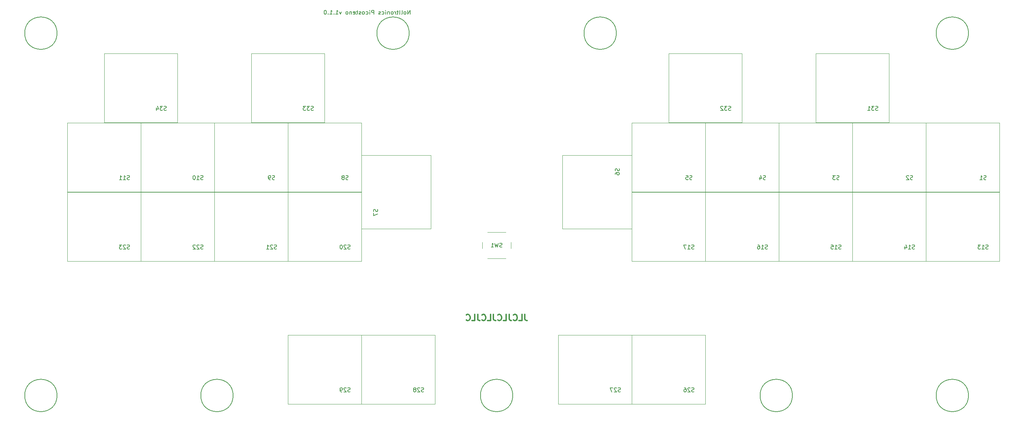
<source format=gbo>
G04 #@! TF.GenerationSoftware,KiCad,Pcbnew,(6.0.4)*
G04 #@! TF.CreationDate,2023-01-17T23:17:44-05:00*
G04 #@! TF.ProjectId,PicoSteno-v1.1.0,5069636f-5374-4656-9e6f-2d76312e312e,rev?*
G04 #@! TF.SameCoordinates,Original*
G04 #@! TF.FileFunction,Legend,Bot*
G04 #@! TF.FilePolarity,Positive*
%FSLAX46Y46*%
G04 Gerber Fmt 4.6, Leading zero omitted, Abs format (unit mm)*
G04 Created by KiCad (PCBNEW (6.0.4)) date 2023-01-17 23:17:44*
%MOMM*%
%LPD*%
G01*
G04 APERTURE LIST*
%ADD10C,0.150000*%
%ADD11C,0.300000*%
%ADD12C,0.120000*%
%ADD13C,2.000000*%
%ADD14O,1.500000X1.500000*%
%ADD15O,1.800000X1.800000*%
%ADD16O,1.700000X1.700000*%
%ADD17R,1.700000X1.700000*%
%ADD18C,6.350000*%
%ADD19C,3.200000*%
%ADD20C,1.900000*%
%ADD21C,2.100000*%
G04 APERTURE END LIST*
D10*
X44608750Y-57150000D02*
G75*
G03*
X44608750Y-57150000I-3968750J0D01*
G01*
X156368750Y-146050000D02*
G75*
G03*
X156368750Y-146050000I-3968750J0D01*
G01*
X224948750Y-146050000D02*
G75*
G03*
X224948750Y-146050000I-3968750J0D01*
G01*
X130968750Y-57150000D02*
G75*
G03*
X130968750Y-57150000I-3968750J0D01*
G01*
X87788750Y-146050000D02*
G75*
G03*
X87788750Y-146050000I-3968750J0D01*
G01*
X268128750Y-146050000D02*
G75*
G03*
X268128750Y-146050000I-3968750J0D01*
G01*
X268128750Y-57150000D02*
G75*
G03*
X268128750Y-57150000I-3968750J0D01*
G01*
X181768750Y-57150000D02*
G75*
G03*
X181768750Y-57150000I-3968750J0D01*
G01*
X44608750Y-146050000D02*
G75*
G03*
X44608750Y-146050000I-3968750J0D01*
G01*
X131173809Y-52522380D02*
X131173809Y-51522380D01*
X130602380Y-52522380D01*
X130602380Y-51522380D01*
X129983333Y-52522380D02*
X130078571Y-52474761D01*
X130126190Y-52427142D01*
X130173809Y-52331904D01*
X130173809Y-52046190D01*
X130126190Y-51950952D01*
X130078571Y-51903333D01*
X129983333Y-51855714D01*
X129840476Y-51855714D01*
X129745238Y-51903333D01*
X129697619Y-51950952D01*
X129650000Y-52046190D01*
X129650000Y-52331904D01*
X129697619Y-52427142D01*
X129745238Y-52474761D01*
X129840476Y-52522380D01*
X129983333Y-52522380D01*
X129078571Y-52522380D02*
X129173809Y-52474761D01*
X129221428Y-52379523D01*
X129221428Y-51522380D01*
X128554761Y-52522380D02*
X128650000Y-52474761D01*
X128697619Y-52379523D01*
X128697619Y-51522380D01*
X128316666Y-51855714D02*
X127935714Y-51855714D01*
X128173809Y-51522380D02*
X128173809Y-52379523D01*
X128126190Y-52474761D01*
X128030952Y-52522380D01*
X127935714Y-52522380D01*
X127602380Y-52522380D02*
X127602380Y-51855714D01*
X127602380Y-52046190D02*
X127554761Y-51950952D01*
X127507142Y-51903333D01*
X127411904Y-51855714D01*
X127316666Y-51855714D01*
X126840476Y-52522380D02*
X126935714Y-52474761D01*
X126983333Y-52427142D01*
X127030952Y-52331904D01*
X127030952Y-52046190D01*
X126983333Y-51950952D01*
X126935714Y-51903333D01*
X126840476Y-51855714D01*
X126697619Y-51855714D01*
X126602380Y-51903333D01*
X126554761Y-51950952D01*
X126507142Y-52046190D01*
X126507142Y-52331904D01*
X126554761Y-52427142D01*
X126602380Y-52474761D01*
X126697619Y-52522380D01*
X126840476Y-52522380D01*
X126078571Y-51855714D02*
X126078571Y-52522380D01*
X126078571Y-51950952D02*
X126030952Y-51903333D01*
X125935714Y-51855714D01*
X125792857Y-51855714D01*
X125697619Y-51903333D01*
X125650000Y-51998571D01*
X125650000Y-52522380D01*
X125173809Y-52522380D02*
X125173809Y-51855714D01*
X125173809Y-51522380D02*
X125221428Y-51570000D01*
X125173809Y-51617619D01*
X125126190Y-51570000D01*
X125173809Y-51522380D01*
X125173809Y-51617619D01*
X124269047Y-52474761D02*
X124364285Y-52522380D01*
X124554761Y-52522380D01*
X124650000Y-52474761D01*
X124697619Y-52427142D01*
X124745238Y-52331904D01*
X124745238Y-52046190D01*
X124697619Y-51950952D01*
X124650000Y-51903333D01*
X124554761Y-51855714D01*
X124364285Y-51855714D01*
X124269047Y-51903333D01*
X123888095Y-52474761D02*
X123792857Y-52522380D01*
X123602380Y-52522380D01*
X123507142Y-52474761D01*
X123459523Y-52379523D01*
X123459523Y-52331904D01*
X123507142Y-52236666D01*
X123602380Y-52189047D01*
X123745238Y-52189047D01*
X123840476Y-52141428D01*
X123888095Y-52046190D01*
X123888095Y-51998571D01*
X123840476Y-51903333D01*
X123745238Y-51855714D01*
X123602380Y-51855714D01*
X123507142Y-51903333D01*
X122269047Y-52522380D02*
X122269047Y-51522380D01*
X121888095Y-51522380D01*
X121792857Y-51570000D01*
X121745238Y-51617619D01*
X121697619Y-51712857D01*
X121697619Y-51855714D01*
X121745238Y-51950952D01*
X121792857Y-51998571D01*
X121888095Y-52046190D01*
X122269047Y-52046190D01*
X121269047Y-52522380D02*
X121269047Y-51855714D01*
X121269047Y-51522380D02*
X121316666Y-51570000D01*
X121269047Y-51617619D01*
X121221428Y-51570000D01*
X121269047Y-51522380D01*
X121269047Y-51617619D01*
X120364285Y-52474761D02*
X120459523Y-52522380D01*
X120650000Y-52522380D01*
X120745238Y-52474761D01*
X120792857Y-52427142D01*
X120840476Y-52331904D01*
X120840476Y-52046190D01*
X120792857Y-51950952D01*
X120745238Y-51903333D01*
X120650000Y-51855714D01*
X120459523Y-51855714D01*
X120364285Y-51903333D01*
X119792857Y-52522380D02*
X119888095Y-52474761D01*
X119935714Y-52427142D01*
X119983333Y-52331904D01*
X119983333Y-52046190D01*
X119935714Y-51950952D01*
X119888095Y-51903333D01*
X119792857Y-51855714D01*
X119650000Y-51855714D01*
X119554761Y-51903333D01*
X119507142Y-51950952D01*
X119459523Y-52046190D01*
X119459523Y-52331904D01*
X119507142Y-52427142D01*
X119554761Y-52474761D01*
X119650000Y-52522380D01*
X119792857Y-52522380D01*
X119078571Y-52474761D02*
X118983333Y-52522380D01*
X118792857Y-52522380D01*
X118697619Y-52474761D01*
X118650000Y-52379523D01*
X118650000Y-52331904D01*
X118697619Y-52236666D01*
X118792857Y-52189047D01*
X118935714Y-52189047D01*
X119030952Y-52141428D01*
X119078571Y-52046190D01*
X119078571Y-51998571D01*
X119030952Y-51903333D01*
X118935714Y-51855714D01*
X118792857Y-51855714D01*
X118697619Y-51903333D01*
X118364285Y-51855714D02*
X117983333Y-51855714D01*
X118221428Y-51522380D02*
X118221428Y-52379523D01*
X118173809Y-52474761D01*
X118078571Y-52522380D01*
X117983333Y-52522380D01*
X117269047Y-52474761D02*
X117364285Y-52522380D01*
X117554761Y-52522380D01*
X117650000Y-52474761D01*
X117697619Y-52379523D01*
X117697619Y-51998571D01*
X117650000Y-51903333D01*
X117554761Y-51855714D01*
X117364285Y-51855714D01*
X117269047Y-51903333D01*
X117221428Y-51998571D01*
X117221428Y-52093809D01*
X117697619Y-52189047D01*
X116792857Y-51855714D02*
X116792857Y-52522380D01*
X116792857Y-51950952D02*
X116745238Y-51903333D01*
X116650000Y-51855714D01*
X116507142Y-51855714D01*
X116411904Y-51903333D01*
X116364285Y-51998571D01*
X116364285Y-52522380D01*
X115745238Y-52522380D02*
X115840476Y-52474761D01*
X115888095Y-52427142D01*
X115935714Y-52331904D01*
X115935714Y-52046190D01*
X115888095Y-51950952D01*
X115840476Y-51903333D01*
X115745238Y-51855714D01*
X115602380Y-51855714D01*
X115507142Y-51903333D01*
X115459523Y-51950952D01*
X115411904Y-52046190D01*
X115411904Y-52331904D01*
X115459523Y-52427142D01*
X115507142Y-52474761D01*
X115602380Y-52522380D01*
X115745238Y-52522380D01*
X114316666Y-51855714D02*
X114078571Y-52522380D01*
X113840476Y-51855714D01*
X112935714Y-52522380D02*
X113507142Y-52522380D01*
X113221428Y-52522380D02*
X113221428Y-51522380D01*
X113316666Y-51665238D01*
X113411904Y-51760476D01*
X113507142Y-51808095D01*
X112507142Y-52427142D02*
X112459523Y-52474761D01*
X112507142Y-52522380D01*
X112554761Y-52474761D01*
X112507142Y-52427142D01*
X112507142Y-52522380D01*
X111507142Y-52522380D02*
X112078571Y-52522380D01*
X111792857Y-52522380D02*
X111792857Y-51522380D01*
X111888095Y-51665238D01*
X111983333Y-51760476D01*
X112078571Y-51808095D01*
X111078571Y-52427142D02*
X111030952Y-52474761D01*
X111078571Y-52522380D01*
X111126190Y-52474761D01*
X111078571Y-52427142D01*
X111078571Y-52522380D01*
X110411904Y-51522380D02*
X110316666Y-51522380D01*
X110221428Y-51570000D01*
X110173809Y-51617619D01*
X110126190Y-51712857D01*
X110078571Y-51903333D01*
X110078571Y-52141428D01*
X110126190Y-52331904D01*
X110173809Y-52427142D01*
X110221428Y-52474761D01*
X110316666Y-52522380D01*
X110411904Y-52522380D01*
X110507142Y-52474761D01*
X110554761Y-52427142D01*
X110602380Y-52331904D01*
X110650000Y-52141428D01*
X110650000Y-51903333D01*
X110602380Y-51712857D01*
X110554761Y-51617619D01*
X110507142Y-51570000D01*
X110411904Y-51522380D01*
D11*
X159328571Y-126178571D02*
X159328571Y-127250000D01*
X159400000Y-127464285D01*
X159542857Y-127607142D01*
X159757142Y-127678571D01*
X159900000Y-127678571D01*
X157900000Y-127678571D02*
X158614285Y-127678571D01*
X158614285Y-126178571D01*
X156542857Y-127535714D02*
X156614285Y-127607142D01*
X156828571Y-127678571D01*
X156971428Y-127678571D01*
X157185714Y-127607142D01*
X157328571Y-127464285D01*
X157400000Y-127321428D01*
X157471428Y-127035714D01*
X157471428Y-126821428D01*
X157400000Y-126535714D01*
X157328571Y-126392857D01*
X157185714Y-126250000D01*
X156971428Y-126178571D01*
X156828571Y-126178571D01*
X156614285Y-126250000D01*
X156542857Y-126321428D01*
X155471428Y-126178571D02*
X155471428Y-127250000D01*
X155542857Y-127464285D01*
X155685714Y-127607142D01*
X155900000Y-127678571D01*
X156042857Y-127678571D01*
X154042857Y-127678571D02*
X154757142Y-127678571D01*
X154757142Y-126178571D01*
X152685714Y-127535714D02*
X152757142Y-127607142D01*
X152971428Y-127678571D01*
X153114285Y-127678571D01*
X153328571Y-127607142D01*
X153471428Y-127464285D01*
X153542857Y-127321428D01*
X153614285Y-127035714D01*
X153614285Y-126821428D01*
X153542857Y-126535714D01*
X153471428Y-126392857D01*
X153328571Y-126250000D01*
X153114285Y-126178571D01*
X152971428Y-126178571D01*
X152757142Y-126250000D01*
X152685714Y-126321428D01*
X151614285Y-126178571D02*
X151614285Y-127250000D01*
X151685714Y-127464285D01*
X151828571Y-127607142D01*
X152042857Y-127678571D01*
X152185714Y-127678571D01*
X150185714Y-127678571D02*
X150900000Y-127678571D01*
X150900000Y-126178571D01*
X148828571Y-127535714D02*
X148900000Y-127607142D01*
X149114285Y-127678571D01*
X149257142Y-127678571D01*
X149471428Y-127607142D01*
X149614285Y-127464285D01*
X149685714Y-127321428D01*
X149757142Y-127035714D01*
X149757142Y-126821428D01*
X149685714Y-126535714D01*
X149614285Y-126392857D01*
X149471428Y-126250000D01*
X149257142Y-126178571D01*
X149114285Y-126178571D01*
X148900000Y-126250000D01*
X148828571Y-126321428D01*
X147757142Y-126178571D02*
X147757142Y-127250000D01*
X147828571Y-127464285D01*
X147971428Y-127607142D01*
X148185714Y-127678571D01*
X148328571Y-127678571D01*
X146328571Y-127678571D02*
X147042857Y-127678571D01*
X147042857Y-126178571D01*
X144971428Y-127535714D02*
X145042857Y-127607142D01*
X145257142Y-127678571D01*
X145400000Y-127678571D01*
X145614285Y-127607142D01*
X145757142Y-127464285D01*
X145828571Y-127321428D01*
X145900000Y-127035714D01*
X145900000Y-126821428D01*
X145828571Y-126535714D01*
X145757142Y-126392857D01*
X145614285Y-126250000D01*
X145400000Y-126178571D01*
X145257142Y-126178571D01*
X145042857Y-126250000D01*
X144971428Y-126321428D01*
D10*
X153733333Y-109624761D02*
X153590476Y-109672380D01*
X153352380Y-109672380D01*
X153257142Y-109624761D01*
X153209523Y-109577142D01*
X153161904Y-109481904D01*
X153161904Y-109386666D01*
X153209523Y-109291428D01*
X153257142Y-109243809D01*
X153352380Y-109196190D01*
X153542857Y-109148571D01*
X153638095Y-109100952D01*
X153685714Y-109053333D01*
X153733333Y-108958095D01*
X153733333Y-108862857D01*
X153685714Y-108767619D01*
X153638095Y-108720000D01*
X153542857Y-108672380D01*
X153304761Y-108672380D01*
X153161904Y-108720000D01*
X152828571Y-108672380D02*
X152590476Y-109672380D01*
X152400000Y-108958095D01*
X152209523Y-109672380D01*
X151971428Y-108672380D01*
X151066666Y-109672380D02*
X151638095Y-109672380D01*
X151352380Y-109672380D02*
X151352380Y-108672380D01*
X151447619Y-108815238D01*
X151542857Y-108910476D01*
X151638095Y-108958095D01*
X245887095Y-76016761D02*
X245744238Y-76064380D01*
X245506142Y-76064380D01*
X245410904Y-76016761D01*
X245363285Y-75969142D01*
X245315666Y-75873904D01*
X245315666Y-75778666D01*
X245363285Y-75683428D01*
X245410904Y-75635809D01*
X245506142Y-75588190D01*
X245696619Y-75540571D01*
X245791857Y-75492952D01*
X245839476Y-75445333D01*
X245887095Y-75350095D01*
X245887095Y-75254857D01*
X245839476Y-75159619D01*
X245791857Y-75112000D01*
X245696619Y-75064380D01*
X245458523Y-75064380D01*
X245315666Y-75112000D01*
X244982333Y-75064380D02*
X244363285Y-75064380D01*
X244696619Y-75445333D01*
X244553761Y-75445333D01*
X244458523Y-75492952D01*
X244410904Y-75540571D01*
X244363285Y-75635809D01*
X244363285Y-75873904D01*
X244410904Y-75969142D01*
X244458523Y-76016761D01*
X244553761Y-76064380D01*
X244839476Y-76064380D01*
X244934714Y-76016761D01*
X244982333Y-75969142D01*
X243410904Y-76064380D02*
X243982333Y-76064380D01*
X243696619Y-76064380D02*
X243696619Y-75064380D01*
X243791857Y-75207238D01*
X243887095Y-75302476D01*
X243982333Y-75350095D01*
X107457095Y-76016761D02*
X107314238Y-76064380D01*
X107076142Y-76064380D01*
X106980904Y-76016761D01*
X106933285Y-75969142D01*
X106885666Y-75873904D01*
X106885666Y-75778666D01*
X106933285Y-75683428D01*
X106980904Y-75635809D01*
X107076142Y-75588190D01*
X107266619Y-75540571D01*
X107361857Y-75492952D01*
X107409476Y-75445333D01*
X107457095Y-75350095D01*
X107457095Y-75254857D01*
X107409476Y-75159619D01*
X107361857Y-75112000D01*
X107266619Y-75064380D01*
X107028523Y-75064380D01*
X106885666Y-75112000D01*
X106552333Y-75064380D02*
X105933285Y-75064380D01*
X106266619Y-75445333D01*
X106123761Y-75445333D01*
X106028523Y-75492952D01*
X105980904Y-75540571D01*
X105933285Y-75635809D01*
X105933285Y-75873904D01*
X105980904Y-75969142D01*
X106028523Y-76016761D01*
X106123761Y-76064380D01*
X106409476Y-76064380D01*
X106504714Y-76016761D01*
X106552333Y-75969142D01*
X105599952Y-75064380D02*
X104980904Y-75064380D01*
X105314238Y-75445333D01*
X105171380Y-75445333D01*
X105076142Y-75492952D01*
X105028523Y-75540571D01*
X104980904Y-75635809D01*
X104980904Y-75873904D01*
X105028523Y-75969142D01*
X105076142Y-76016761D01*
X105171380Y-76064380D01*
X105457095Y-76064380D01*
X105552333Y-76016761D01*
X105599952Y-75969142D01*
X80406095Y-93034761D02*
X80263238Y-93082380D01*
X80025142Y-93082380D01*
X79929904Y-93034761D01*
X79882285Y-92987142D01*
X79834666Y-92891904D01*
X79834666Y-92796666D01*
X79882285Y-92701428D01*
X79929904Y-92653809D01*
X80025142Y-92606190D01*
X80215619Y-92558571D01*
X80310857Y-92510952D01*
X80358476Y-92463333D01*
X80406095Y-92368095D01*
X80406095Y-92272857D01*
X80358476Y-92177619D01*
X80310857Y-92130000D01*
X80215619Y-92082380D01*
X79977523Y-92082380D01*
X79834666Y-92130000D01*
X78882285Y-93082380D02*
X79453714Y-93082380D01*
X79168000Y-93082380D02*
X79168000Y-92082380D01*
X79263238Y-92225238D01*
X79358476Y-92320476D01*
X79453714Y-92368095D01*
X78263238Y-92082380D02*
X78168000Y-92082380D01*
X78072761Y-92130000D01*
X78025142Y-92177619D01*
X77977523Y-92272857D01*
X77929904Y-92463333D01*
X77929904Y-92701428D01*
X77977523Y-92891904D01*
X78025142Y-92987142D01*
X78072761Y-93034761D01*
X78168000Y-93082380D01*
X78263238Y-93082380D01*
X78358476Y-93034761D01*
X78406095Y-92987142D01*
X78453714Y-92891904D01*
X78501333Y-92701428D01*
X78501333Y-92463333D01*
X78453714Y-92272857D01*
X78406095Y-92177619D01*
X78358476Y-92130000D01*
X78263238Y-92082380D01*
X115997904Y-93034761D02*
X115855047Y-93082380D01*
X115616952Y-93082380D01*
X115521714Y-93034761D01*
X115474095Y-92987142D01*
X115426476Y-92891904D01*
X115426476Y-92796666D01*
X115474095Y-92701428D01*
X115521714Y-92653809D01*
X115616952Y-92606190D01*
X115807428Y-92558571D01*
X115902666Y-92510952D01*
X115950285Y-92463333D01*
X115997904Y-92368095D01*
X115997904Y-92272857D01*
X115950285Y-92177619D01*
X115902666Y-92130000D01*
X115807428Y-92082380D01*
X115569333Y-92082380D01*
X115426476Y-92130000D01*
X114855047Y-92510952D02*
X114950285Y-92463333D01*
X114997904Y-92415714D01*
X115045523Y-92320476D01*
X115045523Y-92272857D01*
X114997904Y-92177619D01*
X114950285Y-92130000D01*
X114855047Y-92082380D01*
X114664571Y-92082380D01*
X114569333Y-92130000D01*
X114521714Y-92177619D01*
X114474095Y-92272857D01*
X114474095Y-92320476D01*
X114521714Y-92415714D01*
X114569333Y-92463333D01*
X114664571Y-92510952D01*
X114855047Y-92510952D01*
X114950285Y-92558571D01*
X114997904Y-92606190D01*
X115045523Y-92701428D01*
X115045523Y-92891904D01*
X114997904Y-92987142D01*
X114950285Y-93034761D01*
X114855047Y-93082380D01*
X114664571Y-93082380D01*
X114569333Y-93034761D01*
X114521714Y-92987142D01*
X114474095Y-92891904D01*
X114474095Y-92701428D01*
X114521714Y-92606190D01*
X114569333Y-92558571D01*
X114664571Y-92510952D01*
X97963904Y-93034761D02*
X97821047Y-93082380D01*
X97582952Y-93082380D01*
X97487714Y-93034761D01*
X97440095Y-92987142D01*
X97392476Y-92891904D01*
X97392476Y-92796666D01*
X97440095Y-92701428D01*
X97487714Y-92653809D01*
X97582952Y-92606190D01*
X97773428Y-92558571D01*
X97868666Y-92510952D01*
X97916285Y-92463333D01*
X97963904Y-92368095D01*
X97963904Y-92272857D01*
X97916285Y-92177619D01*
X97868666Y-92130000D01*
X97773428Y-92082380D01*
X97535333Y-92082380D01*
X97392476Y-92130000D01*
X96916285Y-93082380D02*
X96725809Y-93082380D01*
X96630571Y-93034761D01*
X96582952Y-92987142D01*
X96487714Y-92844285D01*
X96440095Y-92653809D01*
X96440095Y-92272857D01*
X96487714Y-92177619D01*
X96535333Y-92130000D01*
X96630571Y-92082380D01*
X96821047Y-92082380D01*
X96916285Y-92130000D01*
X96963904Y-92177619D01*
X97011523Y-92272857D01*
X97011523Y-92510952D01*
X96963904Y-92606190D01*
X96916285Y-92653809D01*
X96821047Y-92701428D01*
X96630571Y-92701428D01*
X96535333Y-92653809D01*
X96487714Y-92606190D01*
X96440095Y-92510952D01*
X62372095Y-93034761D02*
X62229238Y-93082380D01*
X61991142Y-93082380D01*
X61895904Y-93034761D01*
X61848285Y-92987142D01*
X61800666Y-92891904D01*
X61800666Y-92796666D01*
X61848285Y-92701428D01*
X61895904Y-92653809D01*
X61991142Y-92606190D01*
X62181619Y-92558571D01*
X62276857Y-92510952D01*
X62324476Y-92463333D01*
X62372095Y-92368095D01*
X62372095Y-92272857D01*
X62324476Y-92177619D01*
X62276857Y-92130000D01*
X62181619Y-92082380D01*
X61943523Y-92082380D01*
X61800666Y-92130000D01*
X60848285Y-93082380D02*
X61419714Y-93082380D01*
X61134000Y-93082380D02*
X61134000Y-92082380D01*
X61229238Y-92225238D01*
X61324476Y-92320476D01*
X61419714Y-92368095D01*
X59895904Y-93082380D02*
X60467333Y-93082380D01*
X60181619Y-93082380D02*
X60181619Y-92082380D01*
X60276857Y-92225238D01*
X60372095Y-92320476D01*
X60467333Y-92368095D01*
X218836095Y-110052761D02*
X218693238Y-110100380D01*
X218455142Y-110100380D01*
X218359904Y-110052761D01*
X218312285Y-110005142D01*
X218264666Y-109909904D01*
X218264666Y-109814666D01*
X218312285Y-109719428D01*
X218359904Y-109671809D01*
X218455142Y-109624190D01*
X218645619Y-109576571D01*
X218740857Y-109528952D01*
X218788476Y-109481333D01*
X218836095Y-109386095D01*
X218836095Y-109290857D01*
X218788476Y-109195619D01*
X218740857Y-109148000D01*
X218645619Y-109100380D01*
X218407523Y-109100380D01*
X218264666Y-109148000D01*
X217312285Y-110100380D02*
X217883714Y-110100380D01*
X217598000Y-110100380D02*
X217598000Y-109100380D01*
X217693238Y-109243238D01*
X217788476Y-109338476D01*
X217883714Y-109386095D01*
X216455142Y-109100380D02*
X216645619Y-109100380D01*
X216740857Y-109148000D01*
X216788476Y-109195619D01*
X216883714Y-109338476D01*
X216931333Y-109528952D01*
X216931333Y-109909904D01*
X216883714Y-110005142D01*
X216836095Y-110052761D01*
X216740857Y-110100380D01*
X216550380Y-110100380D01*
X216455142Y-110052761D01*
X216407523Y-110005142D01*
X216359904Y-109909904D01*
X216359904Y-109671809D01*
X216407523Y-109576571D01*
X216455142Y-109528952D01*
X216550380Y-109481333D01*
X216740857Y-109481333D01*
X216836095Y-109528952D01*
X216883714Y-109576571D01*
X216931333Y-109671809D01*
X236870095Y-110052761D02*
X236727238Y-110100380D01*
X236489142Y-110100380D01*
X236393904Y-110052761D01*
X236346285Y-110005142D01*
X236298666Y-109909904D01*
X236298666Y-109814666D01*
X236346285Y-109719428D01*
X236393904Y-109671809D01*
X236489142Y-109624190D01*
X236679619Y-109576571D01*
X236774857Y-109528952D01*
X236822476Y-109481333D01*
X236870095Y-109386095D01*
X236870095Y-109290857D01*
X236822476Y-109195619D01*
X236774857Y-109148000D01*
X236679619Y-109100380D01*
X236441523Y-109100380D01*
X236298666Y-109148000D01*
X235346285Y-110100380D02*
X235917714Y-110100380D01*
X235632000Y-110100380D02*
X235632000Y-109100380D01*
X235727238Y-109243238D01*
X235822476Y-109338476D01*
X235917714Y-109386095D01*
X234441523Y-109100380D02*
X234917714Y-109100380D01*
X234965333Y-109576571D01*
X234917714Y-109528952D01*
X234822476Y-109481333D01*
X234584380Y-109481333D01*
X234489142Y-109528952D01*
X234441523Y-109576571D01*
X234393904Y-109671809D01*
X234393904Y-109909904D01*
X234441523Y-110005142D01*
X234489142Y-110052761D01*
X234584380Y-110100380D01*
X234822476Y-110100380D01*
X234917714Y-110052761D01*
X234965333Y-110005142D01*
X254904095Y-110052761D02*
X254761238Y-110100380D01*
X254523142Y-110100380D01*
X254427904Y-110052761D01*
X254380285Y-110005142D01*
X254332666Y-109909904D01*
X254332666Y-109814666D01*
X254380285Y-109719428D01*
X254427904Y-109671809D01*
X254523142Y-109624190D01*
X254713619Y-109576571D01*
X254808857Y-109528952D01*
X254856476Y-109481333D01*
X254904095Y-109386095D01*
X254904095Y-109290857D01*
X254856476Y-109195619D01*
X254808857Y-109148000D01*
X254713619Y-109100380D01*
X254475523Y-109100380D01*
X254332666Y-109148000D01*
X253380285Y-110100380D02*
X253951714Y-110100380D01*
X253666000Y-110100380D02*
X253666000Y-109100380D01*
X253761238Y-109243238D01*
X253856476Y-109338476D01*
X253951714Y-109386095D01*
X252523142Y-109433714D02*
X252523142Y-110100380D01*
X252761238Y-109052761D02*
X252999333Y-109767047D01*
X252380285Y-109767047D01*
X272938095Y-110052761D02*
X272795238Y-110100380D01*
X272557142Y-110100380D01*
X272461904Y-110052761D01*
X272414285Y-110005142D01*
X272366666Y-109909904D01*
X272366666Y-109814666D01*
X272414285Y-109719428D01*
X272461904Y-109671809D01*
X272557142Y-109624190D01*
X272747619Y-109576571D01*
X272842857Y-109528952D01*
X272890476Y-109481333D01*
X272938095Y-109386095D01*
X272938095Y-109290857D01*
X272890476Y-109195619D01*
X272842857Y-109148000D01*
X272747619Y-109100380D01*
X272509523Y-109100380D01*
X272366666Y-109148000D01*
X271414285Y-110100380D02*
X271985714Y-110100380D01*
X271700000Y-110100380D02*
X271700000Y-109100380D01*
X271795238Y-109243238D01*
X271890476Y-109338476D01*
X271985714Y-109386095D01*
X271080952Y-109100380D02*
X270461904Y-109100380D01*
X270795238Y-109481333D01*
X270652380Y-109481333D01*
X270557142Y-109528952D01*
X270509523Y-109576571D01*
X270461904Y-109671809D01*
X270461904Y-109909904D01*
X270509523Y-110005142D01*
X270557142Y-110052761D01*
X270652380Y-110100380D01*
X270938095Y-110100380D01*
X271033333Y-110052761D01*
X271080952Y-110005142D01*
X80406095Y-110052761D02*
X80263238Y-110100380D01*
X80025142Y-110100380D01*
X79929904Y-110052761D01*
X79882285Y-110005142D01*
X79834666Y-109909904D01*
X79834666Y-109814666D01*
X79882285Y-109719428D01*
X79929904Y-109671809D01*
X80025142Y-109624190D01*
X80215619Y-109576571D01*
X80310857Y-109528952D01*
X80358476Y-109481333D01*
X80406095Y-109386095D01*
X80406095Y-109290857D01*
X80358476Y-109195619D01*
X80310857Y-109148000D01*
X80215619Y-109100380D01*
X79977523Y-109100380D01*
X79834666Y-109148000D01*
X79453714Y-109195619D02*
X79406095Y-109148000D01*
X79310857Y-109100380D01*
X79072761Y-109100380D01*
X78977523Y-109148000D01*
X78929904Y-109195619D01*
X78882285Y-109290857D01*
X78882285Y-109386095D01*
X78929904Y-109528952D01*
X79501333Y-110100380D01*
X78882285Y-110100380D01*
X78501333Y-109195619D02*
X78453714Y-109148000D01*
X78358476Y-109100380D01*
X78120380Y-109100380D01*
X78025142Y-109148000D01*
X77977523Y-109195619D01*
X77929904Y-109290857D01*
X77929904Y-109386095D01*
X77977523Y-109528952D01*
X78548952Y-110100380D01*
X77929904Y-110100380D01*
X116474095Y-110052761D02*
X116331238Y-110100380D01*
X116093142Y-110100380D01*
X115997904Y-110052761D01*
X115950285Y-110005142D01*
X115902666Y-109909904D01*
X115902666Y-109814666D01*
X115950285Y-109719428D01*
X115997904Y-109671809D01*
X116093142Y-109624190D01*
X116283619Y-109576571D01*
X116378857Y-109528952D01*
X116426476Y-109481333D01*
X116474095Y-109386095D01*
X116474095Y-109290857D01*
X116426476Y-109195619D01*
X116378857Y-109148000D01*
X116283619Y-109100380D01*
X116045523Y-109100380D01*
X115902666Y-109148000D01*
X115521714Y-109195619D02*
X115474095Y-109148000D01*
X115378857Y-109100380D01*
X115140761Y-109100380D01*
X115045523Y-109148000D01*
X114997904Y-109195619D01*
X114950285Y-109290857D01*
X114950285Y-109386095D01*
X114997904Y-109528952D01*
X115569333Y-110100380D01*
X114950285Y-110100380D01*
X114331238Y-109100380D02*
X114236000Y-109100380D01*
X114140761Y-109148000D01*
X114093142Y-109195619D01*
X114045523Y-109290857D01*
X113997904Y-109481333D01*
X113997904Y-109719428D01*
X114045523Y-109909904D01*
X114093142Y-110005142D01*
X114140761Y-110052761D01*
X114236000Y-110100380D01*
X114331238Y-110100380D01*
X114426476Y-110052761D01*
X114474095Y-110005142D01*
X114521714Y-109909904D01*
X114569333Y-109719428D01*
X114569333Y-109481333D01*
X114521714Y-109290857D01*
X114474095Y-109195619D01*
X114426476Y-109148000D01*
X114331238Y-109100380D01*
X200802095Y-110052761D02*
X200659238Y-110100380D01*
X200421142Y-110100380D01*
X200325904Y-110052761D01*
X200278285Y-110005142D01*
X200230666Y-109909904D01*
X200230666Y-109814666D01*
X200278285Y-109719428D01*
X200325904Y-109671809D01*
X200421142Y-109624190D01*
X200611619Y-109576571D01*
X200706857Y-109528952D01*
X200754476Y-109481333D01*
X200802095Y-109386095D01*
X200802095Y-109290857D01*
X200754476Y-109195619D01*
X200706857Y-109148000D01*
X200611619Y-109100380D01*
X200373523Y-109100380D01*
X200230666Y-109148000D01*
X199278285Y-110100380D02*
X199849714Y-110100380D01*
X199564000Y-110100380D02*
X199564000Y-109100380D01*
X199659238Y-109243238D01*
X199754476Y-109338476D01*
X199849714Y-109386095D01*
X198944952Y-109100380D02*
X198278285Y-109100380D01*
X198706857Y-110100380D01*
X62372095Y-110052761D02*
X62229238Y-110100380D01*
X61991142Y-110100380D01*
X61895904Y-110052761D01*
X61848285Y-110005142D01*
X61800666Y-109909904D01*
X61800666Y-109814666D01*
X61848285Y-109719428D01*
X61895904Y-109671809D01*
X61991142Y-109624190D01*
X62181619Y-109576571D01*
X62276857Y-109528952D01*
X62324476Y-109481333D01*
X62372095Y-109386095D01*
X62372095Y-109290857D01*
X62324476Y-109195619D01*
X62276857Y-109148000D01*
X62181619Y-109100380D01*
X61943523Y-109100380D01*
X61800666Y-109148000D01*
X61419714Y-109195619D02*
X61372095Y-109148000D01*
X61276857Y-109100380D01*
X61038761Y-109100380D01*
X60943523Y-109148000D01*
X60895904Y-109195619D01*
X60848285Y-109290857D01*
X60848285Y-109386095D01*
X60895904Y-109528952D01*
X61467333Y-110100380D01*
X60848285Y-110100380D01*
X60514952Y-109100380D02*
X59895904Y-109100380D01*
X60229238Y-109481333D01*
X60086380Y-109481333D01*
X59991142Y-109528952D01*
X59943523Y-109576571D01*
X59895904Y-109671809D01*
X59895904Y-109909904D01*
X59943523Y-110005142D01*
X59991142Y-110052761D01*
X60086380Y-110100380D01*
X60372095Y-110100380D01*
X60467333Y-110052761D01*
X60514952Y-110005142D01*
X98440095Y-110052761D02*
X98297238Y-110100380D01*
X98059142Y-110100380D01*
X97963904Y-110052761D01*
X97916285Y-110005142D01*
X97868666Y-109909904D01*
X97868666Y-109814666D01*
X97916285Y-109719428D01*
X97963904Y-109671809D01*
X98059142Y-109624190D01*
X98249619Y-109576571D01*
X98344857Y-109528952D01*
X98392476Y-109481333D01*
X98440095Y-109386095D01*
X98440095Y-109290857D01*
X98392476Y-109195619D01*
X98344857Y-109148000D01*
X98249619Y-109100380D01*
X98011523Y-109100380D01*
X97868666Y-109148000D01*
X97487714Y-109195619D02*
X97440095Y-109148000D01*
X97344857Y-109100380D01*
X97106761Y-109100380D01*
X97011523Y-109148000D01*
X96963904Y-109195619D01*
X96916285Y-109290857D01*
X96916285Y-109386095D01*
X96963904Y-109528952D01*
X97535333Y-110100380D01*
X96916285Y-110100380D01*
X95963904Y-110100380D02*
X96535333Y-110100380D01*
X96249619Y-110100380D02*
X96249619Y-109100380D01*
X96344857Y-109243238D01*
X96440095Y-109338476D01*
X96535333Y-109386095D01*
X71389095Y-76016761D02*
X71246238Y-76064380D01*
X71008142Y-76064380D01*
X70912904Y-76016761D01*
X70865285Y-75969142D01*
X70817666Y-75873904D01*
X70817666Y-75778666D01*
X70865285Y-75683428D01*
X70912904Y-75635809D01*
X71008142Y-75588190D01*
X71198619Y-75540571D01*
X71293857Y-75492952D01*
X71341476Y-75445333D01*
X71389095Y-75350095D01*
X71389095Y-75254857D01*
X71341476Y-75159619D01*
X71293857Y-75112000D01*
X71198619Y-75064380D01*
X70960523Y-75064380D01*
X70817666Y-75112000D01*
X70484333Y-75064380D02*
X69865285Y-75064380D01*
X70198619Y-75445333D01*
X70055761Y-75445333D01*
X69960523Y-75492952D01*
X69912904Y-75540571D01*
X69865285Y-75635809D01*
X69865285Y-75873904D01*
X69912904Y-75969142D01*
X69960523Y-76016761D01*
X70055761Y-76064380D01*
X70341476Y-76064380D01*
X70436714Y-76016761D01*
X70484333Y-75969142D01*
X69008142Y-75397714D02*
X69008142Y-76064380D01*
X69246238Y-75016761D02*
X69484333Y-75731047D01*
X68865285Y-75731047D01*
X209819095Y-76016761D02*
X209676238Y-76064380D01*
X209438142Y-76064380D01*
X209342904Y-76016761D01*
X209295285Y-75969142D01*
X209247666Y-75873904D01*
X209247666Y-75778666D01*
X209295285Y-75683428D01*
X209342904Y-75635809D01*
X209438142Y-75588190D01*
X209628619Y-75540571D01*
X209723857Y-75492952D01*
X209771476Y-75445333D01*
X209819095Y-75350095D01*
X209819095Y-75254857D01*
X209771476Y-75159619D01*
X209723857Y-75112000D01*
X209628619Y-75064380D01*
X209390523Y-75064380D01*
X209247666Y-75112000D01*
X208914333Y-75064380D02*
X208295285Y-75064380D01*
X208628619Y-75445333D01*
X208485761Y-75445333D01*
X208390523Y-75492952D01*
X208342904Y-75540571D01*
X208295285Y-75635809D01*
X208295285Y-75873904D01*
X208342904Y-75969142D01*
X208390523Y-76016761D01*
X208485761Y-76064380D01*
X208771476Y-76064380D01*
X208866714Y-76016761D01*
X208914333Y-75969142D01*
X207914333Y-75159619D02*
X207866714Y-75112000D01*
X207771476Y-75064380D01*
X207533380Y-75064380D01*
X207438142Y-75112000D01*
X207390523Y-75159619D01*
X207342904Y-75254857D01*
X207342904Y-75350095D01*
X207390523Y-75492952D01*
X207961952Y-76064380D01*
X207342904Y-76064380D01*
X182768095Y-145104761D02*
X182625238Y-145152380D01*
X182387142Y-145152380D01*
X182291904Y-145104761D01*
X182244285Y-145057142D01*
X182196666Y-144961904D01*
X182196666Y-144866666D01*
X182244285Y-144771428D01*
X182291904Y-144723809D01*
X182387142Y-144676190D01*
X182577619Y-144628571D01*
X182672857Y-144580952D01*
X182720476Y-144533333D01*
X182768095Y-144438095D01*
X182768095Y-144342857D01*
X182720476Y-144247619D01*
X182672857Y-144200000D01*
X182577619Y-144152380D01*
X182339523Y-144152380D01*
X182196666Y-144200000D01*
X181815714Y-144247619D02*
X181768095Y-144200000D01*
X181672857Y-144152380D01*
X181434761Y-144152380D01*
X181339523Y-144200000D01*
X181291904Y-144247619D01*
X181244285Y-144342857D01*
X181244285Y-144438095D01*
X181291904Y-144580952D01*
X181863333Y-145152380D01*
X181244285Y-145152380D01*
X180910952Y-144152380D02*
X180244285Y-144152380D01*
X180672857Y-145152380D01*
X134508095Y-145104761D02*
X134365238Y-145152380D01*
X134127142Y-145152380D01*
X134031904Y-145104761D01*
X133984285Y-145057142D01*
X133936666Y-144961904D01*
X133936666Y-144866666D01*
X133984285Y-144771428D01*
X134031904Y-144723809D01*
X134127142Y-144676190D01*
X134317619Y-144628571D01*
X134412857Y-144580952D01*
X134460476Y-144533333D01*
X134508095Y-144438095D01*
X134508095Y-144342857D01*
X134460476Y-144247619D01*
X134412857Y-144200000D01*
X134317619Y-144152380D01*
X134079523Y-144152380D01*
X133936666Y-144200000D01*
X133555714Y-144247619D02*
X133508095Y-144200000D01*
X133412857Y-144152380D01*
X133174761Y-144152380D01*
X133079523Y-144200000D01*
X133031904Y-144247619D01*
X132984285Y-144342857D01*
X132984285Y-144438095D01*
X133031904Y-144580952D01*
X133603333Y-145152380D01*
X132984285Y-145152380D01*
X132412857Y-144580952D02*
X132508095Y-144533333D01*
X132555714Y-144485714D01*
X132603333Y-144390476D01*
X132603333Y-144342857D01*
X132555714Y-144247619D01*
X132508095Y-144200000D01*
X132412857Y-144152380D01*
X132222380Y-144152380D01*
X132127142Y-144200000D01*
X132079523Y-144247619D01*
X132031904Y-144342857D01*
X132031904Y-144390476D01*
X132079523Y-144485714D01*
X132127142Y-144533333D01*
X132222380Y-144580952D01*
X132412857Y-144580952D01*
X132508095Y-144628571D01*
X132555714Y-144676190D01*
X132603333Y-144771428D01*
X132603333Y-144961904D01*
X132555714Y-145057142D01*
X132508095Y-145104761D01*
X132412857Y-145152380D01*
X132222380Y-145152380D01*
X132127142Y-145104761D01*
X132079523Y-145057142D01*
X132031904Y-144961904D01*
X132031904Y-144771428D01*
X132079523Y-144676190D01*
X132127142Y-144628571D01*
X132222380Y-144580952D01*
X116474095Y-145104761D02*
X116331238Y-145152380D01*
X116093142Y-145152380D01*
X115997904Y-145104761D01*
X115950285Y-145057142D01*
X115902666Y-144961904D01*
X115902666Y-144866666D01*
X115950285Y-144771428D01*
X115997904Y-144723809D01*
X116093142Y-144676190D01*
X116283619Y-144628571D01*
X116378857Y-144580952D01*
X116426476Y-144533333D01*
X116474095Y-144438095D01*
X116474095Y-144342857D01*
X116426476Y-144247619D01*
X116378857Y-144200000D01*
X116283619Y-144152380D01*
X116045523Y-144152380D01*
X115902666Y-144200000D01*
X115521714Y-144247619D02*
X115474095Y-144200000D01*
X115378857Y-144152380D01*
X115140761Y-144152380D01*
X115045523Y-144200000D01*
X114997904Y-144247619D01*
X114950285Y-144342857D01*
X114950285Y-144438095D01*
X114997904Y-144580952D01*
X115569333Y-145152380D01*
X114950285Y-145152380D01*
X114474095Y-145152380D02*
X114283619Y-145152380D01*
X114188380Y-145104761D01*
X114140761Y-145057142D01*
X114045523Y-144914285D01*
X113997904Y-144723809D01*
X113997904Y-144342857D01*
X114045523Y-144247619D01*
X114093142Y-144200000D01*
X114188380Y-144152380D01*
X114378857Y-144152380D01*
X114474095Y-144200000D01*
X114521714Y-144247619D01*
X114569333Y-144342857D01*
X114569333Y-144580952D01*
X114521714Y-144676190D01*
X114474095Y-144723809D01*
X114378857Y-144771428D01*
X114188380Y-144771428D01*
X114093142Y-144723809D01*
X114045523Y-144676190D01*
X113997904Y-144580952D01*
X200802095Y-145104761D02*
X200659238Y-145152380D01*
X200421142Y-145152380D01*
X200325904Y-145104761D01*
X200278285Y-145057142D01*
X200230666Y-144961904D01*
X200230666Y-144866666D01*
X200278285Y-144771428D01*
X200325904Y-144723809D01*
X200421142Y-144676190D01*
X200611619Y-144628571D01*
X200706857Y-144580952D01*
X200754476Y-144533333D01*
X200802095Y-144438095D01*
X200802095Y-144342857D01*
X200754476Y-144247619D01*
X200706857Y-144200000D01*
X200611619Y-144152380D01*
X200373523Y-144152380D01*
X200230666Y-144200000D01*
X199849714Y-144247619D02*
X199802095Y-144200000D01*
X199706857Y-144152380D01*
X199468761Y-144152380D01*
X199373523Y-144200000D01*
X199325904Y-144247619D01*
X199278285Y-144342857D01*
X199278285Y-144438095D01*
X199325904Y-144580952D01*
X199897333Y-145152380D01*
X199278285Y-145152380D01*
X198421142Y-144152380D02*
X198611619Y-144152380D01*
X198706857Y-144200000D01*
X198754476Y-144247619D01*
X198849714Y-144390476D01*
X198897333Y-144580952D01*
X198897333Y-144961904D01*
X198849714Y-145057142D01*
X198802095Y-145104761D01*
X198706857Y-145152380D01*
X198516380Y-145152380D01*
X198421142Y-145104761D01*
X198373523Y-145057142D01*
X198325904Y-144961904D01*
X198325904Y-144723809D01*
X198373523Y-144628571D01*
X198421142Y-144580952D01*
X198516380Y-144533333D01*
X198706857Y-144533333D01*
X198802095Y-144580952D01*
X198849714Y-144628571D01*
X198897333Y-144723809D01*
X254427904Y-93034761D02*
X254285047Y-93082380D01*
X254046952Y-93082380D01*
X253951714Y-93034761D01*
X253904095Y-92987142D01*
X253856476Y-92891904D01*
X253856476Y-92796666D01*
X253904095Y-92701428D01*
X253951714Y-92653809D01*
X254046952Y-92606190D01*
X254237428Y-92558571D01*
X254332666Y-92510952D01*
X254380285Y-92463333D01*
X254427904Y-92368095D01*
X254427904Y-92272857D01*
X254380285Y-92177619D01*
X254332666Y-92130000D01*
X254237428Y-92082380D01*
X253999333Y-92082380D01*
X253856476Y-92130000D01*
X253475523Y-92177619D02*
X253427904Y-92130000D01*
X253332666Y-92082380D01*
X253094571Y-92082380D01*
X252999333Y-92130000D01*
X252951714Y-92177619D01*
X252904095Y-92272857D01*
X252904095Y-92368095D01*
X252951714Y-92510952D01*
X253523142Y-93082380D01*
X252904095Y-93082380D01*
X272461904Y-93034761D02*
X272319047Y-93082380D01*
X272080952Y-93082380D01*
X271985714Y-93034761D01*
X271938095Y-92987142D01*
X271890476Y-92891904D01*
X271890476Y-92796666D01*
X271938095Y-92701428D01*
X271985714Y-92653809D01*
X272080952Y-92606190D01*
X272271428Y-92558571D01*
X272366666Y-92510952D01*
X272414285Y-92463333D01*
X272461904Y-92368095D01*
X272461904Y-92272857D01*
X272414285Y-92177619D01*
X272366666Y-92130000D01*
X272271428Y-92082380D01*
X272033333Y-92082380D01*
X271890476Y-92130000D01*
X270938095Y-93082380D02*
X271509523Y-93082380D01*
X271223809Y-93082380D02*
X271223809Y-92082380D01*
X271319047Y-92225238D01*
X271414285Y-92320476D01*
X271509523Y-92368095D01*
X123166761Y-100377095D02*
X123214380Y-100519952D01*
X123214380Y-100758047D01*
X123166761Y-100853285D01*
X123119142Y-100900904D01*
X123023904Y-100948523D01*
X122928666Y-100948523D01*
X122833428Y-100900904D01*
X122785809Y-100853285D01*
X122738190Y-100758047D01*
X122690571Y-100567571D01*
X122642952Y-100472333D01*
X122595333Y-100424714D01*
X122500095Y-100377095D01*
X122404857Y-100377095D01*
X122309619Y-100424714D01*
X122262000Y-100472333D01*
X122214380Y-100567571D01*
X122214380Y-100805666D01*
X122262000Y-100948523D01*
X122214380Y-101281857D02*
X122214380Y-101948523D01*
X123214380Y-101519952D01*
X182442761Y-90377095D02*
X182490380Y-90519952D01*
X182490380Y-90758047D01*
X182442761Y-90853285D01*
X182395142Y-90900904D01*
X182299904Y-90948523D01*
X182204666Y-90948523D01*
X182109428Y-90900904D01*
X182061809Y-90853285D01*
X182014190Y-90758047D01*
X181966571Y-90567571D01*
X181918952Y-90472333D01*
X181871333Y-90424714D01*
X181776095Y-90377095D01*
X181680857Y-90377095D01*
X181585619Y-90424714D01*
X181538000Y-90472333D01*
X181490380Y-90567571D01*
X181490380Y-90805666D01*
X181538000Y-90948523D01*
X181490380Y-91805666D02*
X181490380Y-91615190D01*
X181538000Y-91519952D01*
X181585619Y-91472333D01*
X181728476Y-91377095D01*
X181918952Y-91329476D01*
X182299904Y-91329476D01*
X182395142Y-91377095D01*
X182442761Y-91424714D01*
X182490380Y-91519952D01*
X182490380Y-91710428D01*
X182442761Y-91805666D01*
X182395142Y-91853285D01*
X182299904Y-91900904D01*
X182061809Y-91900904D01*
X181966571Y-91853285D01*
X181918952Y-91805666D01*
X181871333Y-91710428D01*
X181871333Y-91519952D01*
X181918952Y-91424714D01*
X181966571Y-91377095D01*
X182061809Y-91329476D01*
X200325904Y-93034761D02*
X200183047Y-93082380D01*
X199944952Y-93082380D01*
X199849714Y-93034761D01*
X199802095Y-92987142D01*
X199754476Y-92891904D01*
X199754476Y-92796666D01*
X199802095Y-92701428D01*
X199849714Y-92653809D01*
X199944952Y-92606190D01*
X200135428Y-92558571D01*
X200230666Y-92510952D01*
X200278285Y-92463333D01*
X200325904Y-92368095D01*
X200325904Y-92272857D01*
X200278285Y-92177619D01*
X200230666Y-92130000D01*
X200135428Y-92082380D01*
X199897333Y-92082380D01*
X199754476Y-92130000D01*
X198849714Y-92082380D02*
X199325904Y-92082380D01*
X199373523Y-92558571D01*
X199325904Y-92510952D01*
X199230666Y-92463333D01*
X198992571Y-92463333D01*
X198897333Y-92510952D01*
X198849714Y-92558571D01*
X198802095Y-92653809D01*
X198802095Y-92891904D01*
X198849714Y-92987142D01*
X198897333Y-93034761D01*
X198992571Y-93082380D01*
X199230666Y-93082380D01*
X199325904Y-93034761D01*
X199373523Y-92987142D01*
X218359904Y-93034761D02*
X218217047Y-93082380D01*
X217978952Y-93082380D01*
X217883714Y-93034761D01*
X217836095Y-92987142D01*
X217788476Y-92891904D01*
X217788476Y-92796666D01*
X217836095Y-92701428D01*
X217883714Y-92653809D01*
X217978952Y-92606190D01*
X218169428Y-92558571D01*
X218264666Y-92510952D01*
X218312285Y-92463333D01*
X218359904Y-92368095D01*
X218359904Y-92272857D01*
X218312285Y-92177619D01*
X218264666Y-92130000D01*
X218169428Y-92082380D01*
X217931333Y-92082380D01*
X217788476Y-92130000D01*
X216931333Y-92415714D02*
X216931333Y-93082380D01*
X217169428Y-92034761D02*
X217407523Y-92749047D01*
X216788476Y-92749047D01*
X236393904Y-93034761D02*
X236251047Y-93082380D01*
X236012952Y-93082380D01*
X235917714Y-93034761D01*
X235870095Y-92987142D01*
X235822476Y-92891904D01*
X235822476Y-92796666D01*
X235870095Y-92701428D01*
X235917714Y-92653809D01*
X236012952Y-92606190D01*
X236203428Y-92558571D01*
X236298666Y-92510952D01*
X236346285Y-92463333D01*
X236393904Y-92368095D01*
X236393904Y-92272857D01*
X236346285Y-92177619D01*
X236298666Y-92130000D01*
X236203428Y-92082380D01*
X235965333Y-92082380D01*
X235822476Y-92130000D01*
X235489142Y-92082380D02*
X234870095Y-92082380D01*
X235203428Y-92463333D01*
X235060571Y-92463333D01*
X234965333Y-92510952D01*
X234917714Y-92558571D01*
X234870095Y-92653809D01*
X234870095Y-92891904D01*
X234917714Y-92987142D01*
X234965333Y-93034761D01*
X235060571Y-93082380D01*
X235346285Y-93082380D01*
X235441523Y-93034761D01*
X235489142Y-92987142D01*
D12*
X155900000Y-108470000D02*
X155900000Y-109970000D01*
X148900000Y-109970000D02*
X148900000Y-108470000D01*
X150150000Y-105970000D02*
X154650000Y-105970000D01*
X154650000Y-112470000D02*
X150150000Y-112470000D01*
X248649000Y-79112000D02*
X248649000Y-62112000D01*
X230649000Y-62112000D02*
X230649000Y-79112000D01*
X248649000Y-62112000D02*
X230649000Y-62112000D01*
X230649000Y-79112000D02*
X248649000Y-79112000D01*
X92219000Y-79112000D02*
X110219000Y-79112000D01*
X110219000Y-79112000D02*
X110219000Y-62112000D01*
X92219000Y-62112000D02*
X92219000Y-79112000D01*
X110219000Y-62112000D02*
X92219000Y-62112000D01*
X65168000Y-96130000D02*
X83168000Y-96130000D01*
X83168000Y-79130000D02*
X65168000Y-79130000D01*
X65168000Y-79130000D02*
X65168000Y-96130000D01*
X83168000Y-96130000D02*
X83168000Y-79130000D01*
X119236000Y-96130000D02*
X119236000Y-79130000D01*
X119236000Y-79130000D02*
X101236000Y-79130000D01*
X101236000Y-96130000D02*
X119236000Y-96130000D01*
X101236000Y-79130000D02*
X101236000Y-96130000D01*
X101202000Y-96130000D02*
X101202000Y-79130000D01*
X101202000Y-79130000D02*
X83202000Y-79130000D01*
X83202000Y-79130000D02*
X83202000Y-96130000D01*
X83202000Y-96130000D02*
X101202000Y-96130000D01*
X47134000Y-79130000D02*
X47134000Y-96130000D01*
X65134000Y-79130000D02*
X47134000Y-79130000D01*
X65134000Y-96130000D02*
X65134000Y-79130000D01*
X47134000Y-96130000D02*
X65134000Y-96130000D01*
X221598000Y-96148000D02*
X203598000Y-96148000D01*
X221598000Y-113148000D02*
X221598000Y-96148000D01*
X203598000Y-96148000D02*
X203598000Y-113148000D01*
X203598000Y-113148000D02*
X221598000Y-113148000D01*
X239632000Y-113148000D02*
X239632000Y-96148000D01*
X221632000Y-113148000D02*
X239632000Y-113148000D01*
X221632000Y-96148000D02*
X221632000Y-113148000D01*
X239632000Y-96148000D02*
X221632000Y-96148000D01*
X257666000Y-96148000D02*
X239666000Y-96148000D01*
X257666000Y-113148000D02*
X257666000Y-96148000D01*
X239666000Y-96148000D02*
X239666000Y-113148000D01*
X239666000Y-113148000D02*
X257666000Y-113148000D01*
X275700000Y-113148000D02*
X275700000Y-96148000D01*
X275700000Y-96148000D02*
X257700000Y-96148000D01*
X257700000Y-96148000D02*
X257700000Y-113148000D01*
X257700000Y-113148000D02*
X275700000Y-113148000D01*
X83168000Y-113148000D02*
X83168000Y-96148000D01*
X83168000Y-96148000D02*
X65168000Y-96148000D01*
X65168000Y-113148000D02*
X83168000Y-113148000D01*
X65168000Y-96148000D02*
X65168000Y-113148000D01*
X101236000Y-96148000D02*
X101236000Y-113148000D01*
X119236000Y-96148000D02*
X101236000Y-96148000D01*
X101236000Y-113148000D02*
X119236000Y-113148000D01*
X119236000Y-113148000D02*
X119236000Y-96148000D01*
X185564000Y-96148000D02*
X185564000Y-113148000D01*
X203564000Y-96148000D02*
X185564000Y-96148000D01*
X185564000Y-113148000D02*
X203564000Y-113148000D01*
X203564000Y-113148000D02*
X203564000Y-96148000D01*
X47134000Y-96148000D02*
X47134000Y-113148000D01*
X65134000Y-113148000D02*
X65134000Y-96148000D01*
X47134000Y-113148000D02*
X65134000Y-113148000D01*
X65134000Y-96148000D02*
X47134000Y-96148000D01*
X101202000Y-96148000D02*
X83202000Y-96148000D01*
X101202000Y-113148000D02*
X101202000Y-96148000D01*
X83202000Y-113148000D02*
X101202000Y-113148000D01*
X83202000Y-96148000D02*
X83202000Y-113148000D01*
X56151000Y-62112000D02*
X56151000Y-79112000D01*
X56151000Y-79112000D02*
X74151000Y-79112000D01*
X74151000Y-62112000D02*
X56151000Y-62112000D01*
X74151000Y-79112000D02*
X74151000Y-62112000D01*
X212581000Y-79112000D02*
X212581000Y-62112000D01*
X194581000Y-79112000D02*
X212581000Y-79112000D01*
X212581000Y-62112000D02*
X194581000Y-62112000D01*
X194581000Y-62112000D02*
X194581000Y-79112000D01*
X185530000Y-148200000D02*
X185530000Y-131200000D01*
X167530000Y-131200000D02*
X167530000Y-148200000D01*
X167530000Y-148200000D02*
X185530000Y-148200000D01*
X185530000Y-131200000D02*
X167530000Y-131200000D01*
X119270000Y-148200000D02*
X137270000Y-148200000D01*
X137270000Y-131200000D02*
X119270000Y-131200000D01*
X137270000Y-148200000D02*
X137270000Y-131200000D01*
X119270000Y-131200000D02*
X119270000Y-148200000D01*
X119236000Y-148200000D02*
X119236000Y-131200000D01*
X119236000Y-131200000D02*
X101236000Y-131200000D01*
X101236000Y-131200000D02*
X101236000Y-148200000D01*
X101236000Y-148200000D02*
X119236000Y-148200000D01*
X185564000Y-131200000D02*
X185564000Y-148200000D01*
X203564000Y-148200000D02*
X203564000Y-131200000D01*
X203564000Y-131200000D02*
X185564000Y-131200000D01*
X185564000Y-148200000D02*
X203564000Y-148200000D01*
X257666000Y-79130000D02*
X239666000Y-79130000D01*
X257666000Y-96130000D02*
X257666000Y-79130000D01*
X239666000Y-79130000D02*
X239666000Y-96130000D01*
X239666000Y-96130000D02*
X257666000Y-96130000D01*
X257700000Y-96130000D02*
X275700000Y-96130000D01*
X257700000Y-79130000D02*
X257700000Y-96130000D01*
X275700000Y-96130000D02*
X275700000Y-79130000D01*
X275700000Y-79130000D02*
X257700000Y-79130000D01*
X136262000Y-87139000D02*
X119262000Y-87139000D01*
X119262000Y-87139000D02*
X119262000Y-105139000D01*
X136262000Y-105139000D02*
X136262000Y-87139000D01*
X119262000Y-105139000D02*
X136262000Y-105139000D01*
X168538000Y-105139000D02*
X185538000Y-105139000D01*
X185538000Y-87139000D02*
X168538000Y-87139000D01*
X168538000Y-87139000D02*
X168538000Y-105139000D01*
X185538000Y-105139000D02*
X185538000Y-87139000D01*
X185564000Y-96130000D02*
X203564000Y-96130000D01*
X203564000Y-79130000D02*
X185564000Y-79130000D01*
X203564000Y-96130000D02*
X203564000Y-79130000D01*
X185564000Y-79130000D02*
X185564000Y-96130000D01*
X221598000Y-96130000D02*
X221598000Y-79130000D01*
X221598000Y-79130000D02*
X203598000Y-79130000D01*
X203598000Y-96130000D02*
X221598000Y-96130000D01*
X203598000Y-79130000D02*
X203598000Y-96130000D01*
X221632000Y-96130000D02*
X239632000Y-96130000D01*
X221632000Y-79130000D02*
X221632000Y-96130000D01*
X239632000Y-79130000D02*
X221632000Y-79130000D01*
X239632000Y-96130000D02*
X239632000Y-79130000D01*
%LPC*%
D13*
X155650000Y-111470000D03*
X149150000Y-111470000D03*
X149150000Y-106970000D03*
X155650000Y-106970000D03*
D14*
X149975000Y-57135000D03*
D15*
X149675000Y-54105000D03*
X155125000Y-54105000D03*
D14*
X154825000Y-57135000D03*
D16*
X143510000Y-53975000D03*
X143510000Y-56515000D03*
D17*
X143510000Y-59055000D03*
D16*
X143510000Y-61595000D03*
X143510000Y-64135000D03*
X143510000Y-66675000D03*
X143510000Y-69215000D03*
D17*
X143510000Y-71755000D03*
D16*
X143510000Y-74295000D03*
X143510000Y-76835000D03*
X143510000Y-79375000D03*
X143510000Y-81915000D03*
D17*
X143510000Y-84455000D03*
D16*
X143510000Y-86995000D03*
X143510000Y-89535000D03*
X143510000Y-92075000D03*
X143510000Y-94615000D03*
D17*
X143510000Y-97155000D03*
D16*
X143510000Y-99695000D03*
X143510000Y-102235000D03*
X161290000Y-102235000D03*
X161290000Y-99695000D03*
D17*
X161290000Y-97155000D03*
D16*
X161290000Y-94615000D03*
X161290000Y-92075000D03*
X161290000Y-89535000D03*
X161290000Y-86995000D03*
D17*
X161290000Y-84455000D03*
D16*
X161290000Y-81915000D03*
X161290000Y-79375000D03*
X161290000Y-76835000D03*
X161290000Y-74295000D03*
D17*
X161290000Y-71755000D03*
D16*
X161290000Y-69215000D03*
X161290000Y-66675000D03*
X161290000Y-64135000D03*
X161290000Y-61595000D03*
D17*
X161290000Y-59055000D03*
D16*
X161290000Y-56515000D03*
X161290000Y-53975000D03*
X149860000Y-102005000D03*
D17*
X152400000Y-102005000D03*
D16*
X154940000Y-102005000D03*
D18*
X127000000Y-57150000D03*
X83820000Y-146050000D03*
X264160000Y-57150000D03*
X177800000Y-57150000D03*
X220980000Y-146050000D03*
X152400000Y-146050000D03*
X264160000Y-146050000D03*
X40640000Y-146050000D03*
X40640000Y-57150000D03*
D19*
X239649000Y-70612000D03*
D20*
X234349000Y-70612000D03*
X244949000Y-70612000D03*
D21*
X234649000Y-74412000D03*
X239649000Y-76512000D03*
D20*
X95919000Y-70612000D03*
X106519000Y-70612000D03*
D19*
X101219000Y-70612000D03*
D21*
X96219000Y-74412000D03*
X101219000Y-76512000D03*
D20*
X68868000Y-87630000D03*
D19*
X74168000Y-87630000D03*
D20*
X79468000Y-87630000D03*
D21*
X69168000Y-91430000D03*
X74168000Y-93530000D03*
D20*
X104936000Y-87630000D03*
X115536000Y-87630000D03*
D19*
X110236000Y-87630000D03*
D21*
X105236000Y-91430000D03*
X110236000Y-93530000D03*
D20*
X97502000Y-87630000D03*
X86902000Y-87630000D03*
D19*
X92202000Y-87630000D03*
D21*
X87202000Y-91430000D03*
X92202000Y-93530000D03*
D20*
X50834000Y-87630000D03*
X61434000Y-87630000D03*
D19*
X56134000Y-87630000D03*
D21*
X51134000Y-91430000D03*
X56134000Y-93530000D03*
D20*
X217898000Y-104648000D03*
X207298000Y-104648000D03*
D19*
X212598000Y-104648000D03*
D21*
X207598000Y-108448000D03*
X212598000Y-110548000D03*
D19*
X230632000Y-104648000D03*
D20*
X225332000Y-104648000D03*
X235932000Y-104648000D03*
D21*
X225632000Y-108448000D03*
X230632000Y-110548000D03*
D20*
X253966000Y-104648000D03*
D19*
X248666000Y-104648000D03*
D20*
X243366000Y-104648000D03*
D21*
X243666000Y-108448000D03*
X248666000Y-110548000D03*
D20*
X272000000Y-104648000D03*
D19*
X266700000Y-104648000D03*
D20*
X261400000Y-104648000D03*
D21*
X261700000Y-108448000D03*
X266700000Y-110548000D03*
D20*
X79468000Y-104648000D03*
D19*
X74168000Y-104648000D03*
D20*
X68868000Y-104648000D03*
D21*
X69168000Y-108448000D03*
X74168000Y-110548000D03*
D20*
X104936000Y-104648000D03*
D19*
X110236000Y-104648000D03*
D20*
X115536000Y-104648000D03*
D21*
X105236000Y-108448000D03*
X110236000Y-110548000D03*
D20*
X199864000Y-104648000D03*
X189264000Y-104648000D03*
D19*
X194564000Y-104648000D03*
D21*
X189564000Y-108448000D03*
X194564000Y-110548000D03*
D20*
X61434000Y-104648000D03*
D19*
X56134000Y-104648000D03*
D20*
X50834000Y-104648000D03*
D21*
X51134000Y-108448000D03*
X56134000Y-110548000D03*
D19*
X92202000Y-104648000D03*
D20*
X86902000Y-104648000D03*
X97502000Y-104648000D03*
D21*
X87202000Y-108448000D03*
X92202000Y-110548000D03*
D20*
X59851000Y-70612000D03*
D19*
X65151000Y-70612000D03*
D20*
X70451000Y-70612000D03*
D21*
X60151000Y-74412000D03*
X65151000Y-76512000D03*
D20*
X198281000Y-70612000D03*
X208881000Y-70612000D03*
D19*
X203581000Y-70612000D03*
D21*
X198581000Y-74412000D03*
X203581000Y-76512000D03*
D20*
X181830000Y-139700000D03*
X171230000Y-139700000D03*
D19*
X176530000Y-139700000D03*
D21*
X171530000Y-143500000D03*
X176530000Y-145600000D03*
D19*
X128270000Y-139700000D03*
D20*
X133570000Y-139700000D03*
X122970000Y-139700000D03*
D21*
X123270000Y-143500000D03*
X128270000Y-145600000D03*
D19*
X110236000Y-139700000D03*
D20*
X115536000Y-139700000D03*
X104936000Y-139700000D03*
D21*
X105236000Y-143500000D03*
X110236000Y-145600000D03*
D20*
X199864000Y-139700000D03*
D19*
X194564000Y-139700000D03*
D20*
X189264000Y-139700000D03*
D21*
X189564000Y-143500000D03*
X194564000Y-145600000D03*
D20*
X243366000Y-87630000D03*
X253966000Y-87630000D03*
D19*
X248666000Y-87630000D03*
D21*
X243666000Y-91430000D03*
X248666000Y-93530000D03*
D20*
X261400000Y-87630000D03*
D19*
X266700000Y-87630000D03*
D20*
X272000000Y-87630000D03*
D21*
X261700000Y-91430000D03*
X266700000Y-93530000D03*
D20*
X127762000Y-101439000D03*
X127762000Y-90839000D03*
D19*
X127762000Y-96139000D03*
D21*
X123962000Y-91139000D03*
X121862000Y-96139000D03*
D20*
X177038000Y-90839000D03*
X177038000Y-101439000D03*
D19*
X177038000Y-96139000D03*
D21*
X180838000Y-101139000D03*
X182938000Y-96139000D03*
D20*
X199864000Y-87630000D03*
D19*
X194564000Y-87630000D03*
D20*
X189264000Y-87630000D03*
D21*
X189564000Y-91430000D03*
X194564000Y-93530000D03*
D20*
X217898000Y-87630000D03*
X207298000Y-87630000D03*
D19*
X212598000Y-87630000D03*
D21*
X207598000Y-91430000D03*
X212598000Y-93530000D03*
D20*
X235932000Y-87630000D03*
X225332000Y-87630000D03*
D19*
X230632000Y-87630000D03*
D21*
X225632000Y-91430000D03*
X230632000Y-93530000D03*
M02*

</source>
